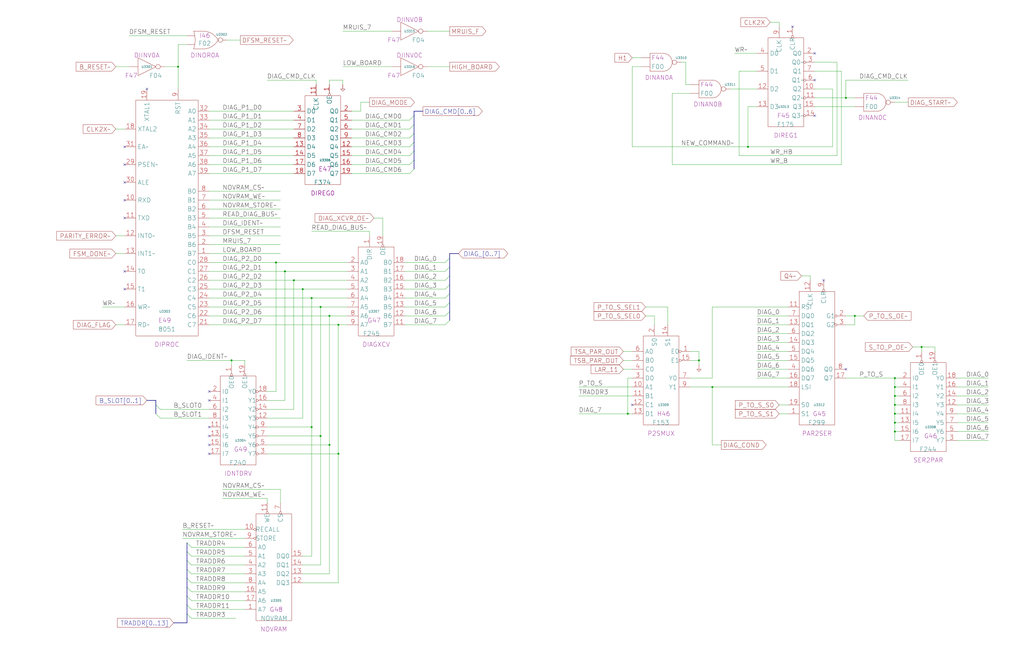
<source format=kicad_sch>
(kicad_sch (version 20230121) (generator eeschema)
  (paper "User" 584.2 378.46)
  (title_block (title "DIAGNOSTIC AND CONTROL\\nDIAGNOSTIC PROCESSOR") (date "08-MAR-90") (rev "0.0") (comment 1 "MEM32 BOARD") (comment 2 "232-003066") (comment 3 "S400") (comment 4 "RELEASED"))
  (lib_symbols
    (symbol "r1000:8051" (pin_names (offset 1.016))
      (property "Reference" "U" (at 2.54 5.08 0))
      (property "Value" "8051" (at -1.27 -5.08 0))
      (property "Location" "___" (at -1.27 0 0))
      (property "Name" "______" (at 3.81 -15.24 0))
      (symbol "8051_1_1"
        (pin bidirectional line (at 27.94 38.1 180) (length 6.35) (name "B7") (number "1"))
        (pin input line (at -20.32 68.58 0) (length 6.35) (name "RXD") (number "10"))
        (pin output line (at -20.32 58.42 0) (length 6.35) (name "TXD") (number "11"))
        (pin input line (at -20.32 48.26 0) (length 6.35) (name "INT0~") (number "12"))
        (pin input line (at -20.32 38.1 0) (length 6.35) (name "INT1~") (number "13"))
        (pin bidirectional line (at -20.32 27.94 0) (length 6.35) (name "T0") (number "14"))
        (pin input line (at -20.32 17.78 0) (length 6.35) (name "T1") (number "15"))
        (pin output line (at -20.32 7.62 0) (length 6.35) (name "WR~") (number "16"))
        (pin bidirectional line (at -20.32 -2.54 0) (length 6.35) (name "RD~") (number "17"))
        (pin input line (at -20.32 109.22 0) (length 6.35) (name "XTAL2") (number "18"))
        (pin input line (at -7.62 132.08 270) (length 6.35) (name "XTAL1") (number "19"))
        (pin bidirectional line (at 27.94 43.18 180) (length 6.35) (name "B6") (number "2"))
        (pin bidirectional line (at 27.94 -2.54 180) (length 6.35) (name "C7") (number "21"))
        (pin bidirectional line (at 27.94 2.54 180) (length 6.35) (name "C6") (number "22"))
        (pin bidirectional line (at 27.94 7.62 180) (length 6.35) (name "C5") (number "23"))
        (pin bidirectional line (at 27.94 12.7 180) (length 6.35) (name "C4") (number "24"))
        (pin bidirectional line (at 27.94 17.78 180) (length 6.35) (name "C3") (number "25"))
        (pin bidirectional line (at 27.94 22.86 180) (length 6.35) (name "C2") (number "26"))
        (pin bidirectional line (at 27.94 27.94 180) (length 6.35) (name "C1") (number "27"))
        (pin bidirectional line (at 27.94 33.02 180) (length 6.35) (name "C0") (number "28"))
        (pin output line (at -20.32 88.9 0) (length 6.35) (name "PSEN~") (number "29"))
        (pin bidirectional line (at 27.94 48.26 180) (length 6.35) (name "B5") (number "3"))
        (pin output line (at -20.32 78.74 0) (length 6.35) (name "ALE") (number "30"))
        (pin input line (at -20.32 99.06 0) (length 6.35) (name "EA~") (number "31"))
        (pin output line (at 27.94 119.38 180) (length 6.35) (name "A0") (number "32"))
        (pin output line (at 27.94 114.3 180) (length 6.35) (name "A1") (number "33"))
        (pin output line (at 27.94 109.22 180) (length 6.35) (name "A2") (number "34"))
        (pin output line (at 27.94 104.14 180) (length 6.35) (name "A3") (number "35"))
        (pin output line (at 27.94 99.06 180) (length 6.35) (name "A4") (number "36"))
        (pin output line (at 27.94 93.98 180) (length 6.35) (name "A5") (number "37"))
        (pin output line (at 27.94 88.9 180) (length 6.35) (name "A6") (number "38"))
        (pin output line (at 27.94 83.82 180) (length 6.35) (name "A7") (number "39"))
        (pin bidirectional line (at 27.94 53.34 180) (length 6.35) (name "B4") (number "4"))
        (pin bidirectional line (at 27.94 58.42 180) (length 6.35) (name "B3") (number "5"))
        (pin bidirectional line (at 27.94 63.5 180) (length 6.35) (name "B2") (number "6"))
        (pin bidirectional line (at 27.94 68.58 180) (length 6.35) (name "B1") (number "7"))
        (pin bidirectional line (at 27.94 73.66 180) (length 6.35) (name "B0") (number "8"))
        (pin input line (at 10.16 132.08 270) (length 6.35) (name "RST") (number "9"))
      )
    )
    (symbol "r1000:F00" (pin_numbers hide) (pin_names hide)
      (property "Reference" "U" (at 15.24 0 0))
      (property "Value" "F00" (at 1.905 -5.08 0))
      (property "Location" "___" (at 1.905 0 0))
      (property "Name" "______" (at 2.54 -12.7 0))
      (symbol "F00_1_1"
        (pin input line (at -7.62 0 0) (length 5.08) (name "D0") (number "1"))
        (pin input line (at -7.62 -5.08 0) (length 5.08) (name "D1") (number "2"))
        (pin output line (at 15.24 -2.54 180) (length 2.54) (name "Q") (number "3"))
      )
      (symbol "F00_1_2"
        (pin input line (at -7.62 0 0) (length 2.54) (name "D0") (number "1"))
        (pin input line (at -7.62 -5.08 0) (length 2.54) (name "D1") (number "2"))
        (pin output line (at 15.24 -2.54 180) (length 5.08) (name "Q") (number "3"))
      )
    )
    (symbol "r1000:F02" (pin_numbers hide) (pin_names hide)
      (property "Reference" "U" (at 12.16 0.635 0))
      (property "Value" "F02" (at -1.27 -4.445 0))
      (property "Location" "___" (at 2.54 0 0))
      (property "Name" "______" (at 2.54 -12.7 0))
      (symbol "F02_1_1"
        (pin input line (at -7.62 0 0) (length 2.54) (name "D0") (number "1"))
        (pin input line (at -7.62 -5.08 0) (length 2.54) (name "D1") (number "2"))
        (pin output line (at 15.24 -2.54 180) (length 1.27) (name "Q") (number "3"))
      )
      (symbol "F02_1_2"
        (pin input line (at -7.62 0 0) (length 2.54) (name "D0") (number "1"))
        (pin input line (at -7.62 -5.08 0) (length 2.54) (name "D1") (number "2"))
        (pin output line (at 15.24 -2.54 180) (length 2.54) (name "Q") (number "3"))
      )
    )
    (symbol "r1000:F04" (pin_numbers hide) (pin_names hide)
      (property "Reference" "U" (at 0 0 0))
      (property "Value" "F04" (at 1.27 -5.08 0))
      (property "Location" "___" (at -12.7 -5.08 0))
      (property "Name" "______" (at 0 5.08 0))
      (symbol "F04_1_1"
        (pin input line (at -10.16 0 0) (length 2.54) (name "D0") (number "1"))
        (pin output line (at 10.16 0 180) (length 2.54) (name "Q") (number "2"))
      )
    )
    (symbol "r1000:F153" (pin_names (offset 1.016))
      (property "Reference" "U" (at 2.54 5.08 0))
      (property "Value" "F153" (at -3.81 -5.08 0))
      (property "Location" "___" (at -1.27 0 0))
      (property "Name" "______" (at 1.27 -12.7 0))
      (symbol "F153_1_1"
        (pin input line (at 17.78 35.56 180) (length 5.08) (name "E0") (number "1"))
        (pin input line (at -15.24 15.24 0) (length 6.35) (name "A1") (number "10"))
        (pin input line (at -15.24 10.16 0) (length 6.35) (name "B1") (number "11"))
        (pin input line (at -15.24 5.08 0) (length 6.35) (name "C1") (number "12"))
        (pin input line (at -15.24 0 0) (length 6.35) (name "D1") (number "13"))
        (pin input line (at 5.08 50.8 270) (length 6.35) (name "S1") (number "14"))
        (pin input line (at 17.78 30.48 180) (length 5.08) (name "E1") (number "15"))
        (pin input line (at -2.54 50.8 270) (length 6.35) (name "S0") (number "2"))
        (pin input line (at -15.24 20.32 0) (length 6.35) (name "D0") (number "3"))
        (pin input line (at -15.24 25.4 0) (length 6.35) (name "C0") (number "4"))
        (pin input line (at -15.24 30.48 0) (length 6.35) (name "B0") (number "5"))
        (pin input line (at -15.24 35.56 0) (length 6.35) (name "A0") (number "6"))
        (pin output line (at 17.78 20.32 180) (length 6.35) (name "Y0") (number "7"))
        (pin output line (at 17.78 15.24 180) (length 6.35) (name "Y1") (number "9"))
      )
    )
    (symbol "r1000:F175" (pin_names (offset 1.016))
      (property "Reference" "U" (at 2.54 5.08 0))
      (property "Value" "F175" (at -1.27 -5.08 0))
      (property "Location" "___" (at -1.27 0 0))
      (property "Name" "______" (at 3.81 -12.7 0))
      (symbol "F175_1_1"
        (pin input line (at 7.62 50.8 270) (length 5.08) (name "CLR") (number "1"))
        (pin output line (at 20.32 15.24 180) (length 6.35) (name "Q2") (number "10"))
        (pin output line (at 20.32 10.16 180) (length 5.08) (name "Q2~") (number "11"))
        (pin input line (at -12.7 15.24 0) (length 6.35) (name "D2") (number "12"))
        (pin input line (at -12.7 5.08 0) (length 6.35) (name "D3") (number "13"))
        (pin output line (at 20.32 0 180) (length 5.08) (name "Q3~") (number "14"))
        (pin output line (at 20.32 5.08 180) (length 6.35) (name "Q3") (number "15"))
        (pin output line (at 20.32 35.56 180) (length 6.35) (name "Q0") (number "2"))
        (pin output line (at 20.32 30.48 180) (length 5.08) (name "Q0~") (number "3"))
        (pin input line (at -12.7 35.56 0) (length 6.35) (name "D0") (number "4"))
        (pin input line (at -12.7 25.4 0) (length 6.35) (name "D1") (number "5"))
        (pin output line (at 20.32 20.32 180) (length 5.08) (name "Q1~") (number "6"))
        (pin output line (at 20.32 25.4 180) (length 6.35) (name "Q1") (number "7"))
        (pin input line (at 0 50.8 270) (length 6.35) (name "CLK") (number "9"))
      )
    )
    (symbol "r1000:F240" (pin_names (offset 1.016))
      (property "Reference" "U" (at 2.54 5.08 0))
      (property "Value" "F240" (at -3.81 -7.62 0))
      (property "Location" "___" (at -1.27 0 0))
      (property "Name" "______" (at 1.27 -15.24 0))
      (symbol "F240_1_1"
        (pin input line (at -2.54 48.26 270) (length 5.08) (name "OE0") (number "1"))
        (pin input line (at -15.24 12.7 0) (length 6.35) (name "I4") (number "11"))
        (pin tri_state line (at 17.78 17.78 180) (length 5.08) (name "Y3") (number "12"))
        (pin input line (at -15.24 7.62 0) (length 6.35) (name "I5") (number "13"))
        (pin tri_state line (at 17.78 22.86 180) (length 5.08) (name "Y2") (number "14"))
        (pin input line (at -15.24 2.54 0) (length 6.35) (name "I6") (number "15"))
        (pin tri_state line (at 17.78 27.94 180) (length 5.08) (name "Y1") (number "16"))
        (pin input line (at -15.24 -2.54 0) (length 6.35) (name "I7") (number "17"))
        (pin tri_state line (at 17.78 33.02 180) (length 5.08) (name "Y0") (number "18"))
        (pin input line (at 5.08 48.26 270) (length 5.08) (name "OE1") (number "19"))
        (pin input line (at -15.24 33.02 0) (length 6.35) (name "I0") (number "2"))
        (pin tri_state line (at 17.78 -2.54 180) (length 5.08) (name "Y7") (number "3"))
        (pin input line (at -15.24 27.94 0) (length 6.35) (name "I1") (number "4"))
        (pin tri_state line (at 17.78 2.54 180) (length 5.08) (name "Y6") (number "5"))
        (pin input line (at -15.24 22.86 0) (length 6.35) (name "I2") (number "6"))
        (pin tri_state line (at 17.78 7.62 180) (length 5.08) (name "Y5") (number "7"))
        (pin input line (at -15.24 17.78 0) (length 6.35) (name "I3") (number "8"))
        (pin tri_state line (at 17.78 12.7 180) (length 5.08) (name "Y4") (number "9"))
      )
    )
    (symbol "r1000:F244" (pin_names (offset 1.016))
      (property "Reference" "U" (at 2.54 5.08 0))
      (property "Value" "F244" (at -3.81 -7.62 0))
      (property "Location" "___" (at -1.27 0 0))
      (property "Name" "______" (at 1.27 -15.24 0))
      (symbol "F244_1_1"
        (pin input line (at -2.54 48.26 270) (length 5.08) (name "OE0") (number "1"))
        (pin input line (at -15.24 12.7 0) (length 6.35) (name "I4") (number "11"))
        (pin tri_state line (at 17.78 17.78 180) (length 6.35) (name "Y3") (number "12"))
        (pin input line (at -15.24 7.62 0) (length 6.35) (name "I5") (number "13"))
        (pin tri_state line (at 17.78 22.86 180) (length 6.35) (name "Y2") (number "14"))
        (pin input line (at -15.24 2.54 0) (length 6.35) (name "I6") (number "15"))
        (pin tri_state line (at 17.78 27.94 180) (length 6.35) (name "Y1") (number "16"))
        (pin input line (at -15.24 -2.54 0) (length 6.35) (name "I7") (number "17"))
        (pin tri_state line (at 17.78 33.02 180) (length 6.35) (name "Y0") (number "18"))
        (pin input line (at 5.08 48.26 270) (length 5.08) (name "OE1") (number "19"))
        (pin input line (at -15.24 33.02 0) (length 6.35) (name "I0") (number "2"))
        (pin tri_state line (at 17.78 -2.54 180) (length 6.35) (name "Y7") (number "3"))
        (pin input line (at -15.24 27.94 0) (length 6.35) (name "I1") (number "4"))
        (pin tri_state line (at 17.78 2.54 180) (length 6.35) (name "Y6") (number "5"))
        (pin input line (at -15.24 22.86 0) (length 6.35) (name "I2") (number "6"))
        (pin tri_state line (at 17.78 7.62 180) (length 6.35) (name "Y5") (number "7"))
        (pin input line (at -15.24 17.78 0) (length 6.35) (name "I3") (number "8"))
        (pin tri_state line (at 17.78 12.7 180) (length 6.35) (name "Y4") (number "9"))
      )
    )
    (symbol "r1000:F245" (pin_names (offset 1.016))
      (property "Reference" "U" (at 2.54 5.08 0))
      (property "Value" "F245" (at -3.81 -7.62 0))
      (property "Location" "___" (at -1.27 0 0))
      (property "Name" "______" (at 3.81 -15.24 0))
      (symbol "F245_1_1"
        (pin input line (at 0 48.26 270) (length 6.35) (name "DIR") (number "1"))
        (pin bidirectional line (at 20.32 -2.54 180) (length 6.35) (name "B7") (number "11"))
        (pin bidirectional line (at 20.32 2.54 180) (length 6.35) (name "B6") (number "12"))
        (pin bidirectional line (at 20.32 7.62 180) (length 6.35) (name "B5") (number "13"))
        (pin bidirectional line (at 20.32 12.7 180) (length 6.35) (name "B4") (number "14"))
        (pin bidirectional line (at 20.32 17.78 180) (length 6.35) (name "B3") (number "15"))
        (pin bidirectional line (at 20.32 22.86 180) (length 6.35) (name "B2") (number "16"))
        (pin bidirectional line (at 20.32 27.94 180) (length 6.35) (name "B1") (number "17"))
        (pin bidirectional line (at 20.32 33.02 180) (length 6.35) (name "B0") (number "18"))
        (pin input line (at 7.62 48.26 270) (length 5.08) (name "OE") (number "19"))
        (pin bidirectional line (at -12.7 33.02 0) (length 6.35) (name "A0") (number "2"))
        (pin bidirectional line (at -12.7 27.94 0) (length 6.35) (name "A1") (number "3"))
        (pin bidirectional line (at -12.7 22.86 0) (length 6.35) (name "A2") (number "4"))
        (pin bidirectional line (at -12.7 17.78 0) (length 6.35) (name "A3") (number "5"))
        (pin bidirectional line (at -12.7 12.7 0) (length 6.35) (name "A4") (number "6"))
        (pin bidirectional line (at -12.7 7.62 0) (length 6.35) (name "A5") (number "7"))
        (pin bidirectional line (at -12.7 2.54 0) (length 6.35) (name "A6") (number "8"))
        (pin bidirectional line (at -12.7 -2.54 0) (length 6.35) (name "A7") (number "9"))
      )
    )
    (symbol "r1000:F299" (pin_names (offset 1.016))
      (property "Reference" "U" (at 2.54 5.08 0))
      (property "Value" "F299" (at -3.81 -5.08 0))
      (property "Location" "___" (at -1.27 0 0))
      (property "Name" "______" (at 1.27 -12.7 0))
      (symbol "F299_1_1"
        (pin input line (at -15.24 0 0) (length 6.35) (name "S1") (number "1"))
        (pin input line (at -15.24 60.96 0) (length 6.35) (name "RSI") (number "11"))
        (pin input line (at -2.54 76.2 270) (length 6.35) (name "CLK") (number "12"))
        (pin bidirectional line (at -15.24 50.8 0) (length 6.35) (name "DQ1") (number "13"))
        (pin bidirectional line (at -15.24 40.64 0) (length 6.35) (name "DQ3") (number "14"))
        (pin bidirectional line (at -15.24 30.48 0) (length 6.35) (name "DQ5") (number "15"))
        (pin bidirectional line (at -15.24 20.32 0) (length 6.35) (name "DQ7") (number "16"))
        (pin output line (at 17.78 20.32 180) (length 6.35) (name "Q7") (number "17"))
        (pin input line (at -15.24 15.24 0) (length 6.35) (name "LSI") (number "18"))
        (pin input line (at -15.24 5.08 0) (length 6.35) (name "S0") (number "19"))
        (pin input line (at 17.78 55.88 180) (length 5.08) (name "G1") (number "2"))
        (pin input line (at 17.78 50.8 180) (length 5.08) (name "G2") (number "3"))
        (pin bidirectional line (at -15.24 25.4 0) (length 6.35) (name "DQ6") (number "4"))
        (pin bidirectional line (at -15.24 35.56 0) (length 6.35) (name "DQ4") (number "5"))
        (pin bidirectional line (at -15.24 45.72 0) (length 6.35) (name "DQ2") (number "6"))
        (pin bidirectional line (at -15.24 55.88 0) (length 6.35) (name "DQ0") (number "7"))
        (pin output line (at 17.78 25.4 180) (length 6.35) (name "Q0") (number "8"))
        (pin input line (at 5.08 76.2 270) (length 5.08) (name "CLR") (number "9"))
      )
    )
    (symbol "r1000:F374" (pin_names (offset 1.016))
      (property "Reference" "U" (at 2.54 5.08 0))
      (property "Value" "F374" (at -3.81 -7.62 0))
      (property "Location" "___" (at -1.27 0 0))
      (property "Name" "______" (at 1.27 -15.24 0))
      (symbol "F374_1_1"
        (pin input line (at 5.08 48.26 270) (length 5.08) (name "OE") (number "1"))
        (pin input line (at -2.54 48.26 270) (length 6.35) (name "CLK") (number "11"))
        (pin tri_state line (at 17.78 12.7 180) (length 6.35) (name "Q4") (number "12"))
        (pin input line (at -15.24 12.7 0) (length 6.35) (name "D4") (number "13"))
        (pin input line (at -15.24 7.62 0) (length 6.35) (name "D5") (number "14"))
        (pin tri_state line (at 17.78 7.62 180) (length 6.35) (name "Q5") (number "15"))
        (pin tri_state line (at 17.78 2.54 180) (length 6.35) (name "Q6") (number "16"))
        (pin input line (at -15.24 2.54 0) (length 6.35) (name "D6") (number "17"))
        (pin input line (at -15.24 -2.54 0) (length 6.35) (name "D7") (number "18"))
        (pin tri_state line (at 17.78 -2.54 180) (length 6.35) (name "Q7") (number "19"))
        (pin tri_state line (at 17.78 33.02 180) (length 6.35) (name "Q0") (number "2"))
        (pin input line (at -15.24 33.02 0) (length 6.35) (name "D0") (number "3"))
        (pin input line (at -15.24 27.94 0) (length 6.35) (name "D1") (number "4"))
        (pin tri_state line (at 17.78 27.94 180) (length 6.35) (name "Q1") (number "5"))
        (pin tri_state line (at 17.78 22.86 180) (length 6.35) (name "Q2") (number "6"))
        (pin input line (at -15.24 22.86 0) (length 6.35) (name "D2") (number "7"))
        (pin input line (at -15.24 17.78 0) (length 6.35) (name "D3") (number "8"))
        (pin tri_state line (at 17.78 17.78 180) (length 6.35) (name "Q3") (number "9"))
      )
    )
    (symbol "r1000:NOVRAM" (pin_names (offset 1.016))
      (property "Reference" "U" (at 2.54 5.08 0))
      (property "Value" "NOVRAM" (at -6.35 -5.08 0))
      (property "Location" "___" (at -1.27 0 0))
      (property "Name" "______" (at 1.27 -12.7 0))
      (symbol "NOVRAM_1_1"
        (pin input line (at -15.24 0 0) (length 6.35) (name "A7") (number "1"))
        (pin input line (at -15.24 45.72 0) (length 5.08) (name "RECALL") (number "10"))
        (pin input line (at -2.54 60.96 270) (length 5.08) (name "WE") (number "11"))
        (pin bidirectional line (at 17.78 15.24 180) (length 6.35) (name "DQ3") (number "12"))
        (pin bidirectional line (at 17.78 20.32 180) (length 6.35) (name "DQ2") (number "13"))
        (pin bidirectional line (at 17.78 25.4 180) (length 6.35) (name "DQ1") (number "14"))
        (pin bidirectional line (at 17.78 30.48 180) (length 6.35) (name "DQ0") (number "15"))
        (pin input line (at -15.24 10.16 0) (length 6.35) (name "A5") (number "16"))
        (pin input line (at -15.24 5.08 0) (length 6.35) (name "A6") (number "17"))
        (pin input line (at -15.24 20.32 0) (length 6.35) (name "A3") (number "3"))
        (pin input line (at -15.24 25.4 0) (length 6.35) (name "A2") (number "4"))
        (pin input line (at -15.24 30.48 0) (length 6.35) (name "A1") (number "5"))
        (pin input line (at -15.24 35.56 0) (length 6.35) (name "A0") (number "6"))
        (pin input line (at 5.08 60.96 270) (length 5.08) (name "CS") (number "7"))
        (pin input line (at -15.24 15.24 0) (length 6.35) (name "A4") (number "8"))
        (pin input line (at -15.24 40.64 0) (length 5.08) (name "STORE") (number "9"))
      )
    )
    (symbol "r1000:PD" (power) (pin_numbers hide) (pin_names hide) (in_bom no)
      (symbol "PD_1_1"
        (pin power_in line (at 0 0 270) (length 2.54) (name "PD") (number "1"))
      )
    )
  )
  (junction (at 510.54 220.98))
  (junction (at 187.96 180.34))
  (junction (at 406.4 220.98))
  (junction (at 182.88 248.92))
  (junction (at 510.54 215.9))
  (junction (at 193.04 259.08))
  (junction (at 510.54 241.3))
  (junction (at 510.54 236.22))
  (junction (at 398.78 205.74))
  (junction (at 132.08 205.74))
  (junction (at 426.72 83.82))
  (junction (at 193.04 185.42))
  (junction (at 482.6 55.88))
  (junction (at 510.54 231.14))
  (junction (at 162.56 154.94))
  (junction (at 167.64 160.02))
  (junction (at 487.68 180.34))
  (junction (at 172.72 165.1))
  (junction (at 510.54 226.06))
  (junction (at 177.8 170.18))
  (junction (at 101.6 38.1))
  (junction (at 525.78 198.12))
  (junction (at 510.54 246.38))
  (junction (at 177.8 243.84))
  (junction (at 187.96 254))
  (junction (at 182.88 175.26))
  (junction (at 157.48 149.86))
  (junction (at 358.14 236.22))
  (no_connect (at 464.82 30.48))
  (no_connect (at 482.6 210.82))
  (no_connect (at 71.12 93.98))
  (no_connect (at 71.12 154.94))
  (no_connect (at 71.12 104.14))
  (no_connect (at 469.9 160.02))
  (no_connect (at 119.38 243.84))
  (no_connect (at 119.38 223.52))
  (no_connect (at 360.68 231.14))
  (no_connect (at 119.38 248.92))
  (no_connect (at 71.12 114.3))
  (no_connect (at 71.12 124.46))
  (no_connect (at 452.12 15.24))
  (no_connect (at 119.38 259.08))
  (no_connect (at 83.82 50.8))
  (no_connect (at 464.82 45.72))
  (no_connect (at 119.38 254))
  (no_connect (at 464.82 66.04))
  (no_connect (at 119.38 228.6))
  (no_connect (at 71.12 165.1))
  (no_connect (at 71.12 83.82))
  (bus_entry (at 88.9 236.22) (size 2.54 2.54))
  (bus_entry (at 106.68 340.36) (size 2.54 2.54))
  (bus_entry (at 106.68 325.12) (size 2.54 2.54))
  (bus_entry (at 236.22 81.28) (size -2.54 2.54))
  (bus_entry (at 256.54 147.32) (size -2.54 2.54))
  (bus_entry (at 256.54 172.72) (size -2.54 2.54))
  (bus_entry (at 236.22 91.44) (size -2.54 2.54))
  (bus_entry (at 106.68 330.2) (size 2.54 2.54))
  (bus_entry (at 236.22 86.36) (size -2.54 2.54))
  (bus_entry (at 256.54 157.48) (size -2.54 2.54))
  (bus_entry (at 88.9 231.14) (size 2.54 2.54))
  (bus_entry (at 106.68 309.88) (size 2.54 2.54))
  (bus_entry (at 236.22 66.04) (size -2.54 2.54))
  (bus_entry (at 106.68 350.52) (size 2.54 2.54))
  (bus_entry (at 256.54 152.4) (size -2.54 2.54))
  (bus_entry (at 236.22 71.12) (size -2.54 2.54))
  (bus_entry (at 236.22 76.2) (size -2.54 2.54))
  (bus_entry (at 256.54 182.88) (size -2.54 2.54))
  (bus_entry (at 106.68 345.44) (size 2.54 2.54))
  (bus_entry (at 106.68 320.04) (size 2.54 2.54))
  (bus_entry (at 256.54 162.56) (size -2.54 2.54))
  (bus_entry (at 256.54 167.64) (size -2.54 2.54))
  (bus_entry (at 106.68 335.28) (size 2.54 2.54))
  (bus_entry (at 256.54 177.8) (size -2.54 2.54))
  (bus_entry (at 236.22 96.52) (size -2.54 2.54))
  (bus_entry (at 106.68 314.96) (size 2.54 2.54))
  (wire (pts (xy 368.3 180.34) (xy 373.38 180.34)))
  (bus (pts (xy 236.22 81.28) (xy 236.22 86.36)))
  (wire (pts (xy 109.22 317.5) (xy 139.7 317.5)))
  (wire (pts (xy 431.8 180.34) (xy 449.58 180.34)))
  (wire (pts (xy 152.4 259.08) (xy 193.04 259.08)))
  (wire (pts (xy 464.82 40.64) (xy 480.06 40.64)))
  (wire (pts (xy 391.16 35.56) (xy 388.62 35.56)))
  (wire (pts (xy 482.6 215.9) (xy 510.54 215.9)))
  (wire (pts (xy 546.1 231.14) (xy 563.88 231.14)))
  (wire (pts (xy 172.72 317.5) (xy 177.8 317.5)))
  (wire (pts (xy 533.4 198.12) (xy 525.78 198.12)))
  (wire (pts (xy 167.64 160.02) (xy 198.12 160.02)))
  (wire (pts (xy 330.2 226.06) (xy 360.68 226.06)))
  (wire (pts (xy 213.36 124.46) (xy 218.44 124.46)))
  (wire (pts (xy 177.8 243.84) (xy 177.8 170.18)))
  (wire (pts (xy 355.6 205.74) (xy 360.68 205.74)))
  (wire (pts (xy 439.42 12.7) (xy 444.5 12.7)))
  (wire (pts (xy 393.7 200.66) (xy 398.78 200.66)))
  (wire (pts (xy 421.64 88.9) (xy 477.52 88.9)))
  (wire (pts (xy 119.38 149.86) (xy 157.48 149.86)))
  (wire (pts (xy 73.66 20.32) (xy 106.68 20.32)))
  (wire (pts (xy 160.02 279.4) (xy 127 279.4)))
  (bus (pts (xy 106.68 350.52) (xy 106.68 355.6)))
  (wire (pts (xy 431.8 185.42) (xy 449.58 185.42)))
  (wire (pts (xy 109.22 337.82) (xy 139.7 337.82)))
  (wire (pts (xy 66.04 134.62) (xy 71.12 134.62)))
  (wire (pts (xy 193.04 259.08) (xy 193.04 185.42)))
  (wire (pts (xy 510.54 241.3) (xy 510.54 246.38)))
  (wire (pts (xy 546.1 220.98) (xy 563.88 220.98)))
  (wire (pts (xy 355.6 200.66) (xy 360.68 200.66)))
  (wire (pts (xy 119.38 185.42) (xy 193.04 185.42)))
  (wire (pts (xy 172.72 165.1) (xy 198.12 165.1)))
  (wire (pts (xy 355.6 210.82) (xy 360.68 210.82)))
  (wire (pts (xy 510.54 236.22) (xy 510.54 241.3)))
  (wire (pts (xy 510.54 231.14) (xy 510.54 236.22)))
  (wire (pts (xy 119.38 124.46) (xy 160.02 124.46)))
  (wire (pts (xy 231.14 165.1) (xy 254 165.1)))
  (wire (pts (xy 444.5 231.14) (xy 449.58 231.14)))
  (wire (pts (xy 510.54 246.38) (xy 513.08 246.38)))
  (wire (pts (xy 381 185.42) (xy 381 175.26)))
  (wire (pts (xy 200.66 78.74) (xy 233.68 78.74)))
  (wire (pts (xy 119.38 134.62) (xy 160.02 134.62)))
  (bus (pts (xy 236.22 91.44) (xy 236.22 96.52)))
  (wire (pts (xy 464.82 60.96) (xy 487.68 60.96)))
  (wire (pts (xy 393.7 205.74) (xy 398.78 205.74)))
  (wire (pts (xy 152.4 287.02) (xy 152.4 284.48)))
  (wire (pts (xy 119.38 78.74) (xy 167.64 78.74)))
  (wire (pts (xy 444.5 236.22) (xy 449.58 236.22)))
  (wire (pts (xy 510.54 226.06) (xy 513.08 226.06)))
  (wire (pts (xy 152.4 233.68) (xy 167.64 233.68)))
  (wire (pts (xy 109.22 353.06) (xy 134.62 353.06)))
  (wire (pts (xy 187.96 45.72) (xy 195.58 45.72)))
  (wire (pts (xy 525.78 198.12) (xy 525.78 200.66)))
  (wire (pts (xy 358.14 215.9) (xy 358.14 236.22)))
  (wire (pts (xy 104.14 307.34) (xy 139.7 307.34)))
  (wire (pts (xy 160.02 287.02) (xy 160.02 279.4)))
  (wire (pts (xy 546.1 215.9) (xy 563.88 215.9)))
  (wire (pts (xy 393.7 48.26) (xy 391.16 48.26)))
  (wire (pts (xy 457.2 157.48) (xy 462.28 157.48)))
  (wire (pts (xy 510.54 58.42) (xy 518.16 58.42)))
  (wire (pts (xy 431.8 195.58) (xy 449.58 195.58)))
  (wire (pts (xy 231.14 154.94) (xy 254 154.94)))
  (wire (pts (xy 162.56 154.94) (xy 198.12 154.94)))
  (wire (pts (xy 462.28 160.02) (xy 462.28 157.48)))
  (wire (pts (xy 101.6 38.1) (xy 93.98 38.1)))
  (wire (pts (xy 119.38 99.06) (xy 167.64 99.06)))
  (bus (pts (xy 236.22 63.5) (xy 236.22 66.04)))
  (wire (pts (xy 132.08 205.74) (xy 139.7 205.74)))
  (bus (pts (xy 99.06 355.6) (xy 106.68 355.6)))
  (wire (pts (xy 119.38 180.34) (xy 187.96 180.34)))
  (wire (pts (xy 119.38 154.94) (xy 162.56 154.94)))
  (wire (pts (xy 419.1 30.48) (xy 431.8 30.48)))
  (wire (pts (xy 431.8 60.96) (xy 426.72 60.96)))
  (wire (pts (xy 416.56 50.8) (xy 431.8 50.8)))
  (wire (pts (xy 109.22 332.74) (xy 139.7 332.74)))
  (wire (pts (xy 119.38 73.66) (xy 167.64 73.66)))
  (wire (pts (xy 109.22 347.98) (xy 139.7 347.98)))
  (wire (pts (xy 187.96 45.72) (xy 187.96 48.26)))
  (bus (pts (xy 106.68 340.36) (xy 106.68 345.44)))
  (wire (pts (xy 546.1 241.3) (xy 563.88 241.3)))
  (wire (pts (xy 358.14 236.22) (xy 360.68 236.22)))
  (wire (pts (xy 510.54 241.3) (xy 513.08 241.3)))
  (wire (pts (xy 426.72 60.96) (xy 426.72 83.82)))
  (bus (pts (xy 106.68 325.12) (xy 106.68 330.2)))
  (wire (pts (xy 106.68 205.74) (xy 132.08 205.74)))
  (wire (pts (xy 172.72 327.66) (xy 187.96 327.66)))
  (wire (pts (xy 487.68 180.34) (xy 492.76 180.34)))
  (bus (pts (xy 256.54 144.78) (xy 261.62 144.78)))
  (wire (pts (xy 152.4 238.76) (xy 172.72 238.76)))
  (wire (pts (xy 393.7 220.98) (xy 406.4 220.98)))
  (wire (pts (xy 157.48 149.86) (xy 198.12 149.86)))
  (wire (pts (xy 210.82 134.62) (xy 210.82 132.08)))
  (wire (pts (xy 195.58 45.72) (xy 195.58 48.26)))
  (wire (pts (xy 406.4 254) (xy 411.48 254)))
  (wire (pts (xy 167.64 233.68) (xy 167.64 160.02)))
  (wire (pts (xy 431.8 200.66) (xy 449.58 200.66)))
  (wire (pts (xy 231.14 160.02) (xy 254 160.02)))
  (wire (pts (xy 474.98 83.82) (xy 474.98 50.8)))
  (bus (pts (xy 236.22 71.12) (xy 236.22 76.2)))
  (bus (pts (xy 106.68 309.88) (xy 106.68 314.96)))
  (wire (pts (xy 360.68 215.9) (xy 358.14 215.9)))
  (wire (pts (xy 127 284.48) (xy 152.4 284.48)))
  (wire (pts (xy 101.6 25.4) (xy 101.6 38.1)))
  (wire (pts (xy 119.38 83.82) (xy 167.64 83.82)))
  (bus (pts (xy 83.82 228.6) (xy 88.9 228.6)))
  (wire (pts (xy 398.78 200.66) (xy 398.78 205.74)))
  (wire (pts (xy 231.14 180.34) (xy 254 180.34)))
  (wire (pts (xy 406.4 254) (xy 406.4 220.98)))
  (wire (pts (xy 106.68 25.4) (xy 101.6 25.4)))
  (wire (pts (xy 182.88 322.58) (xy 182.88 248.92)))
  (bus (pts (xy 106.68 335.28) (xy 106.68 340.36)))
  (bus (pts (xy 106.68 314.96) (xy 106.68 320.04)))
  (wire (pts (xy 510.54 220.98) (xy 513.08 220.98)))
  (wire (pts (xy 200.66 93.98) (xy 233.68 93.98)))
  (wire (pts (xy 66.04 144.78) (xy 71.12 144.78)))
  (wire (pts (xy 195.58 17.78) (xy 223.52 17.78)))
  (wire (pts (xy 464.82 55.88) (xy 482.6 55.88)))
  (wire (pts (xy 119.38 109.22) (xy 160.02 109.22)))
  (bus (pts (xy 236.22 63.5) (xy 241.3 63.5)))
  (wire (pts (xy 360.68 83.82) (xy 426.72 83.82)))
  (wire (pts (xy 101.6 38.1) (xy 101.6 50.8)))
  (wire (pts (xy 482.6 185.42) (xy 487.68 185.42)))
  (wire (pts (xy 182.88 175.26) (xy 198.12 175.26)))
  (bus (pts (xy 106.68 330.2) (xy 106.68 335.28)))
  (wire (pts (xy 482.6 55.88) (xy 482.6 45.72)))
  (wire (pts (xy 200.66 73.66) (xy 233.68 73.66)))
  (wire (pts (xy 187.96 327.66) (xy 187.96 254)))
  (wire (pts (xy 546.1 251.46) (xy 563.88 251.46)))
  (wire (pts (xy 172.72 238.76) (xy 172.72 165.1)))
  (wire (pts (xy 243.84 17.78) (xy 256.54 17.78)))
  (wire (pts (xy 109.22 312.42) (xy 139.7 312.42)))
  (wire (pts (xy 119.38 175.26) (xy 182.88 175.26)))
  (wire (pts (xy 487.68 185.42) (xy 487.68 180.34)))
  (bus (pts (xy 106.68 345.44) (xy 106.68 350.52)))
  (bus (pts (xy 236.22 66.04) (xy 236.22 71.12)))
  (wire (pts (xy 177.8 317.5) (xy 177.8 243.84)))
  (wire (pts (xy 200.66 88.9) (xy 233.68 88.9)))
  (bus (pts (xy 256.54 147.32) (xy 256.54 152.4)))
  (wire (pts (xy 91.44 238.76) (xy 119.38 238.76)))
  (wire (pts (xy 480.06 93.98) (xy 383.54 93.98)))
  (wire (pts (xy 406.4 220.98) (xy 449.58 220.98)))
  (wire (pts (xy 193.04 185.42) (xy 198.12 185.42)))
  (wire (pts (xy 449.58 175.26) (xy 406.4 175.26)))
  (wire (pts (xy 360.68 33.02) (xy 365.76 33.02)))
  (wire (pts (xy 162.56 228.6) (xy 162.56 154.94)))
  (wire (pts (xy 119.38 170.18) (xy 177.8 170.18)))
  (wire (pts (xy 510.54 226.06) (xy 510.54 231.14)))
  (wire (pts (xy 66.04 73.66) (xy 71.12 73.66)))
  (bus (pts (xy 236.22 86.36) (xy 236.22 91.44)))
  (bus (pts (xy 256.54 144.78) (xy 256.54 147.32)))
  (bus (pts (xy 256.54 172.72) (xy 256.54 177.8)))
  (wire (pts (xy 482.6 55.88) (xy 487.68 55.88)))
  (wire (pts (xy 431.8 40.64) (xy 421.64 40.64)))
  (wire (pts (xy 182.88 248.92) (xy 182.88 175.26)))
  (wire (pts (xy 477.52 35.56) (xy 464.82 35.56)))
  (wire (pts (xy 431.8 190.5) (xy 449.58 190.5)))
  (wire (pts (xy 157.48 223.52) (xy 157.48 149.86)))
  (wire (pts (xy 231.14 149.86) (xy 254 149.86)))
  (wire (pts (xy 119.38 144.78) (xy 160.02 144.78)))
  (wire (pts (xy 533.4 200.66) (xy 533.4 198.12)))
  (wire (pts (xy 464.82 50.8) (xy 474.98 50.8)))
  (wire (pts (xy 139.7 208.28) (xy 139.7 205.74)))
  (wire (pts (xy 172.72 322.58) (xy 182.88 322.58)))
  (bus (pts (xy 88.9 231.14) (xy 88.9 236.22)))
  (wire (pts (xy 66.04 185.42) (xy 71.12 185.42)))
  (wire (pts (xy 152.4 228.6) (xy 162.56 228.6)))
  (wire (pts (xy 119.38 93.98) (xy 167.64 93.98)))
  (wire (pts (xy 180.34 48.26) (xy 180.34 45.72)))
  (bus (pts (xy 236.22 76.2) (xy 236.22 81.28)))
  (wire (pts (xy 187.96 254) (xy 187.96 180.34)))
  (wire (pts (xy 172.72 332.74) (xy 193.04 332.74)))
  (bus (pts (xy 88.9 228.6) (xy 88.9 231.14)))
  (wire (pts (xy 152.4 45.72) (xy 180.34 45.72)))
  (wire (pts (xy 177.8 132.08) (xy 210.82 132.08)))
  (wire (pts (xy 119.38 63.5) (xy 167.64 63.5)))
  (wire (pts (xy 373.38 185.42) (xy 373.38 180.34)))
  (wire (pts (xy 109.22 342.9) (xy 139.7 342.9)))
  (bus (pts (xy 256.54 152.4) (xy 256.54 157.48)))
  (wire (pts (xy 119.38 165.1) (xy 172.72 165.1)))
  (bus (pts (xy 256.54 167.64) (xy 256.54 172.72)))
  (wire (pts (xy 119.38 160.02) (xy 167.64 160.02)))
  (wire (pts (xy 431.8 215.9) (xy 449.58 215.9)))
  (wire (pts (xy 58.42 175.26) (xy 71.12 175.26)))
  (wire (pts (xy 510.54 246.38) (xy 510.54 251.46)))
  (wire (pts (xy 510.54 215.9) (xy 513.08 215.9)))
  (wire (pts (xy 200.66 83.82) (xy 233.68 83.82)))
  (wire (pts (xy 482.6 180.34) (xy 487.68 180.34)))
  (wire (pts (xy 330.2 236.22) (xy 358.14 236.22)))
  (wire (pts (xy 243.84 38.1) (xy 256.54 38.1)))
  (wire (pts (xy 218.44 134.62) (xy 218.44 124.46)))
  (wire (pts (xy 482.6 45.72) (xy 518.16 45.72)))
  (wire (pts (xy 365.76 38.1) (xy 360.68 38.1)))
  (wire (pts (xy 152.4 223.52) (xy 157.48 223.52)))
  (wire (pts (xy 109.22 322.58) (xy 139.7 322.58)))
  (wire (pts (xy 104.14 302.26) (xy 139.7 302.26)))
  (wire (pts (xy 444.5 15.24) (xy 444.5 12.7)))
  (wire (pts (xy 391.16 48.26) (xy 391.16 35.56)))
  (wire (pts (xy 205.74 58.42) (xy 205.74 63.5)))
  (wire (pts (xy 383.54 93.98) (xy 383.54 53.34)))
  (wire (pts (xy 152.4 248.92) (xy 182.88 248.92)))
  (wire (pts (xy 360.68 38.1) (xy 360.68 83.82)))
  (bus (pts (xy 106.68 320.04) (xy 106.68 325.12)))
  (wire (pts (xy 200.66 68.58) (xy 233.68 68.58)))
  (wire (pts (xy 510.54 215.9) (xy 510.54 220.98)))
  (wire (pts (xy 231.14 175.26) (xy 254 175.26)))
  (wire (pts (xy 525.78 198.12) (xy 520.7 198.12)))
  (bus (pts (xy 256.54 177.8) (xy 256.54 182.88)))
  (wire (pts (xy 177.8 170.18) (xy 198.12 170.18)))
  (wire (pts (xy 421.64 40.64) (xy 421.64 88.9)))
  (wire (pts (xy 66.04 38.1) (xy 73.66 38.1)))
  (wire (pts (xy 200.66 99.06) (xy 233.68 99.06)))
  (wire (pts (xy 119.38 139.7) (xy 160.02 139.7)))
  (wire (pts (xy 231.14 185.42) (xy 254 185.42)))
  (wire (pts (xy 431.8 210.82) (xy 449.58 210.82)))
  (wire (pts (xy 383.54 53.34) (xy 393.7 53.34)))
  (wire (pts (xy 129.54 22.86) (xy 137.16 22.86)))
  (wire (pts (xy 510.54 236.22) (xy 513.08 236.22)))
  (wire (pts (xy 119.38 119.38) (xy 160.02 119.38)))
  (wire (pts (xy 119.38 129.54) (xy 160.02 129.54)))
  (wire (pts (xy 119.38 88.9) (xy 167.64 88.9)))
  (wire (pts (xy 91.44 233.68) (xy 119.38 233.68)))
  (wire (pts (xy 368.3 175.26) (xy 381 175.26)))
  (bus (pts (xy 256.54 162.56) (xy 256.54 167.64)))
  (bus (pts (xy 256.54 157.48) (xy 256.54 162.56)))
  (wire (pts (xy 513.08 251.46) (xy 510.54 251.46)))
  (wire (pts (xy 431.8 205.74) (xy 449.58 205.74)))
  (wire (pts (xy 546.1 246.38) (xy 563.88 246.38)))
  (wire (pts (xy 546.1 236.22) (xy 563.88 236.22)))
  (wire (pts (xy 187.96 180.34) (xy 198.12 180.34)))
  (wire (pts (xy 480.06 40.64) (xy 480.06 93.98)))
  (wire (pts (xy 398.78 205.74) (xy 398.78 208.28)))
  (wire (pts (xy 546.1 226.06) (xy 563.88 226.06)))
  (wire (pts (xy 119.38 68.58) (xy 167.64 68.58)))
  (wire (pts (xy 406.4 175.26) (xy 406.4 215.9)))
  (wire (pts (xy 119.38 114.3) (xy 160.02 114.3)))
  (wire (pts (xy 205.74 58.42) (xy 210.82 58.42)))
  (wire (pts (xy 330.2 220.98) (xy 360.68 220.98)))
  (wire (pts (xy 510.54 231.14) (xy 513.08 231.14)))
  (wire (pts (xy 426.72 83.82) (xy 474.98 83.82)))
  (wire (pts (xy 205.74 63.5) (xy 200.66 63.5)))
  (wire (pts (xy 152.4 254) (xy 187.96 254)))
  (wire (pts (xy 406.4 215.9) (xy 393.7 215.9)))
  (wire (pts (xy 231.14 170.18) (xy 254 170.18)))
  (wire (pts (xy 152.4 243.84) (xy 177.8 243.84)))
  (wire (pts (xy 109.22 327.66) (xy 139.7 327.66)))
  (wire (pts (xy 477.52 88.9) (xy 477.52 35.56)))
  (wire (pts (xy 132.08 205.74) (xy 132.08 208.28)))
  (wire (pts (xy 510.54 220.98) (xy 510.54 226.06)))
  (wire (pts (xy 195.58 38.1) (xy 223.52 38.1)))
  (wire (pts (xy 193.04 332.74) (xy 193.04 259.08)))
  (label "DIAG_P2_D1" (at 127 154.94 0) (effects (font (size 2.54 2.54))))
  (label "DIAG_4" (at 236.22 170.18 0) (effects (font (size 2.54 2.54))))
  (label "DIAG_P2_D4" (at 127 170.18 0) (effects (font (size 2.54 2.54))))
  (label "DIAG_5" (at 236.22 175.26 0) (effects (font (size 2.54 2.54))))
  (label "DIAG_3" (at 431.8 195.58 0) (effects (font (size 2.54 2.54))))
  (label "DIAG_P1_D7" (at 127 99.06 0) (effects (font (size 2.54 2.54))))
  (label "DIAG_P2_D2" (at 127 160.02 0) (effects (font (size 2.54 2.54))))
  (label "DIAG_P2_D7" (at 127 185.42 0) (effects (font (size 2.54 2.54))))
  (label "DIAG_P1_D0" (at 127 63.5 0) (effects (font (size 2.54 2.54))))
  (label "DIAG_CMD3" (at 208.28 83.82 0) (effects (font (size 2.54 2.54))))
  (label "DIAG_CMD0" (at 208.28 68.58 0) (effects (font (size 2.54 2.54))))
  (label "READ_DIAG_BUS~" (at 177.8 132.08 0) (effects (font (size 2.54 2.54))))
  (label "DIAG_P1_D1" (at 127 68.58 0) (effects (font (size 2.54 2.54))))
  (label "DIAG_P2_D5" (at 127 175.26 0) (effects (font (size 2.54 2.54))))
  (label "WR~" (at 58.42 175.26 0) (effects (font (size 2.54 2.54))))
  (label "DIAG_P1_D5" (at 127 88.9 0) (effects (font (size 2.54 2.54))))
  (label "DIAG_P2_D6" (at 127 180.34 0) (effects (font (size 2.54 2.54))))
  (label "DIAG_CMD4" (at 208.28 88.9 0) (effects (font (size 2.54 2.54))))
  (label "P_TO_S" (at 330.2 220.98 0) (effects (font (size 2.54 2.54))))
  (label "DIAG_7" (at 330.2 236.22 0) (effects (font (size 2.54 2.54))))
  (label "B_SLOT0" (at 99.06 233.68 0) (effects (font (size 2.54 2.54))))
  (label "DIAG_P2_D0" (at 127 149.86 0) (effects (font (size 2.54 2.54))))
  (label "DFSM_RESET" (at 127 134.62 0) (effects (font (size 2.54 2.54))))
  (label "DIAG_6" (at 551.18 246.38 0) (effects (font (size 2.54 2.54))))
  (label "NOVRAM_STORE~" (at 104.14 307.34 0) (effects (font (size 2.54 2.54))))
  (label "LOW_BOARD" (at 127 144.78 0) (effects (font (size 2.54 2.54))))
  (label "TRADDR3" (at 111.76 353.06 0) (effects (font (size 2.54 2.54))))
  (label "DIAG_5" (at 431.8 205.74 0) (effects (font (size 2.54 2.54))))
  (label "DIAG_6" (at 431.8 210.82 0) (effects (font (size 2.54 2.54))))
  (label "DIAG_CMD1" (at 208.28 73.66 0) (effects (font (size 2.54 2.54))))
  (label "DIAG_P1_D2" (at 127 73.66 0) (effects (font (size 2.54 2.54))))
  (label "DFSM_RESET" (at 73.66 20.32 0) (effects (font (size 2.54 2.54))))
  (label "TRADDR8" (at 111.76 332.74 0) (effects (font (size 2.54 2.54))))
  (label "DIAG_3" (at 236.22 165.1 0) (effects (font (size 2.54 2.54))))
  (label "DIAG_P1_D6" (at 127 93.98 0) (effects (font (size 2.54 2.54))))
  (label "DIAG_CMD_CLK" (at 152.4 45.72 0) (effects (font (size 2.54 2.54))))
  (label "DIAG_2" (at 236.22 160.02 0) (effects (font (size 2.54 2.54))))
  (label "NOVRAM_CS~" (at 127 109.22 0) (effects (font (size 2.54 2.54))))
  (label "LOW_BOARD" (at 195.58 38.1 0) (effects (font (size 2.54 2.54))))
  (label "TRADDR6" (at 111.76 322.58 0) (effects (font (size 2.54 2.54))))
  (label "P_TO_S" (at 490.22 215.9 0) (effects (font (size 2.54 2.54))))
  (label "DIAG_2" (at 431.8 190.5 0) (effects (font (size 2.54 2.54))))
  (label "DIAG_6" (at 236.22 180.34 0) (effects (font (size 2.54 2.54))))
  (label "DIAG_IDENT~" (at 106.68 205.74 0) (effects (font (size 2.54 2.54))))
  (label "DIAG_1" (at 431.8 185.42 0) (effects (font (size 2.54 2.54))))
  (label "DIAG_P1_D3" (at 127 78.74 0) (effects (font (size 2.54 2.54))))
  (label "DIAG_CMD2" (at 208.28 78.74 0) (effects (font (size 2.54 2.54))))
  (label "TRADDR11" (at 111.76 347.98 0) (effects (font (size 2.54 2.54))))
  (label "NEW_COMMAND~" (at 388.62 83.82 0) (effects (font (size 2.54 2.54))))
  (label "DIAG_0" (at 236.22 149.86 0) (effects (font (size 2.54 2.54))))
  (label "READ_DIAG_BUS~" (at 127 124.46 0) (effects (font (size 2.54 2.54))))
  (label "DIAG_2" (at 551.18 226.06 0) (effects (font (size 2.54 2.54))))
  (label "NOVRAM_WE~" (at 127 114.3 0) (effects (font (size 2.54 2.54))))
  (label "MRUIS_7" (at 127 139.7 0) (effects (font (size 2.54 2.54))))
  (label "DIAG_7" (at 236.22 185.42 0) (effects (font (size 2.54 2.54))))
  (label "DIAG_0" (at 551.18 215.9 0) (effects (font (size 2.54 2.54))))
  (label "TRADDR5" (at 111.76 317.5 0) (effects (font (size 2.54 2.54))))
  (label "DIAG_1" (at 551.18 220.98 0) (effects (font (size 2.54 2.54))))
  (label "DIAG_0" (at 431.8 180.34 0) (effects (font (size 2.54 2.54))))
  (label "DIAG_CMD_CLK" (at 490.22 45.72 0) (effects (font (size 2.54 2.54))))
  (label "DIAG_3" (at 551.18 231.14 0) (effects (font (size 2.54 2.54))))
  (label "WR_B" (at 439.42 93.98 0) (effects (font (size 2.54 2.54))))
  (label "DIAG_4" (at 551.18 236.22 0) (effects (font (size 2.54 2.54))))
  (label "DIAG_7" (at 551.18 251.46 0) (effects (font (size 2.54 2.54))))
  (label "B_RESET~" (at 104.14 302.26 0) (effects (font (size 2.54 2.54))))
  (label "DIAG_IDENT~" (at 127 129.54 0) (effects (font (size 2.54 2.54))))
  (label "DIAG_CMD5" (at 208.28 93.98 0) (effects (font (size 2.54 2.54))))
  (label "TRADDR7" (at 111.76 327.66 0) (effects (font (size 2.54 2.54))))
  (label "TRADDR3" (at 330.2 226.06 0) (effects (font (size 2.54 2.54))))
  (label "B_SLOT1" (at 99.06 238.76 0) (effects (font (size 2.54 2.54))))
  (label "TRADDR9" (at 111.76 337.82 0) (effects (font (size 2.54 2.54))))
  (label "WR~" (at 419.1 30.48 0) (effects (font (size 2.54 2.54))))
  (label "DIAG_CMD6" (at 208.28 99.06 0) (effects (font (size 2.54 2.54))))
  (label "MRUIS_7" (at 195.58 17.78 0) (effects (font (size 2.54 2.54))))
  (label "NOVRAM_STORE~" (at 127 119.38 0) (effects (font (size 2.54 2.54))))
  (label "TRADDR10" (at 111.76 342.9 0) (effects (font (size 2.54 2.54))))
  (label "NOVRAM_WE~" (at 127 284.48 0) (effects (font (size 2.54 2.54))))
  (label "DIAG_1" (at 236.22 154.94 0) (effects (font (size 2.54 2.54))))
  (label "DIAG_P2_D3" (at 127 165.1 0) (effects (font (size 2.54 2.54))))
  (label "DIAG_5" (at 551.18 241.3 0) (effects (font (size 2.54 2.54))))
  (label "WR_HB" (at 439.42 88.9 0) (effects (font (size 2.54 2.54))))
  (label "DIAG_P1_D4" (at 127 83.82 0) (effects (font (size 2.54 2.54))))
  (label "TRADDR4" (at 111.76 312.42 0) (effects (font (size 2.54 2.54))))
  (label "DIAG_7" (at 431.8 215.9 0) (effects (font (size 2.54 2.54))))
  (label "NOVRAM_CS~" (at 127 279.4 0) (effects (font (size 2.54 2.54))))
  (label "DIAG_4" (at 431.8 200.66 0) (effects (font (size 2.54 2.54))))
  (global_label "PARITY_ERROR~" (shape input) (at 66.04 134.62 180) (effects (font (size 2.54 2.54))) (property "Intersheetrefs" "${INTERSHEET_REFS}" (at 32.4969 134.4613 0) (effects (font (size 1.905 1.905)) (justify right))))
  (global_label "P_TO_S_SEL1" (shape input) (at 368.3 175.26 180) (effects (font (size 2.54 2.54))) (property "Intersheetrefs" "${INTERSHEET_REFS}" (at 339.1112 175.1013 0) (effects (font (size 1.905 1.905)) (justify right))))
  (global_label "TSA_PAR_OUT" (shape input) (at 355.6 200.66 180) (effects (font (size 2.54 2.54))) (property "Intersheetrefs" "${INTERSHEET_REFS}" (at 325.8578 200.5013 0) (effects (font (size 1.905 1.905)) (justify right))))
  (global_label "CLK2X~" (shape input) (at 66.04 73.66 180) (effects (font (size 2.54 2.54))) (property "Intersheetrefs" "${INTERSHEET_REFS}" (at 46.441 73.66 0) (effects (font (size 1.905 1.905)) (justify right))))
  (global_label "B_RESET~" (shape input) (at 66.04 38.1 180) (effects (font (size 2.54 2.54))) (property "Intersheetrefs" "${INTERSHEET_REFS}" (at 43.6245 37.9413 0) (effects (font (size 1.905 1.905)) (justify right))))
  (global_label "DIAG_[0..7]" (shape bidirectional) (at 261.62 144.78 0) (effects (font (size 2.54 2.54))) (property "Intersheetrefs" "${INTERSHEET_REFS}" (at 287.3012 144.6213 0) (effects (font (size 1.905 1.905)) (justify left))))
  (global_label "H1" (shape input) (at 360.68 33.02 180) (effects (font (size 2.54 2.54))) (property "Intersheetrefs" "${INTERSHEET_REFS}" (at 350.9645 32.8613 0) (effects (font (size 1.905 1.905)) (justify right))))
  (global_label "B_SLOT[0..1]" (shape input) (at 83.82 228.6 180) (effects (font (size 2.54 2.54))) (property "Intersheetrefs" "${INTERSHEET_REFS}" (at 54.994 228.4413 0) (effects (font (size 1.905 1.905)) (justify right))))
  (global_label "DIAG_START~" (shape output) (at 518.16 58.42 0) (effects (font (size 2.54 2.54))) (property "Intersheetrefs" "${INTERSHEET_REFS}" (at 546.0184 58.2613 0) (effects (font (size 1.905 1.905)) (justify left))))
  (global_label "P_TO_S_SEL0" (shape input) (at 368.3 180.34 180) (effects (font (size 2.54 2.54))) (property "Intersheetrefs" "${INTERSHEET_REFS}" (at 339.1112 180.1813 0) (effects (font (size 1.905 1.905)) (justify right))))
  (global_label "DIAG_XCVR_OE~" (shape input) (at 213.36 124.46 180) (effects (font (size 2.54 2.54))) (property "Intersheetrefs" "${INTERSHEET_REFS}" (at 179.9378 124.3013 0) (effects (font (size 1.905 1.905)) (justify right))))
  (global_label "DIAG_FLAG" (shape input) (at 66.04 185.42 180) (effects (font (size 2.54 2.54))) (property "Intersheetrefs" "${INTERSHEET_REFS}" (at 42.0521 185.2613 0) (effects (font (size 1.905 1.905)) (justify right))))
  (global_label "S_TO_P_OE~" (shape input) (at 520.7 198.12 180) (effects (font (size 2.54 2.54))) (property "Intersheetrefs" "${INTERSHEET_REFS}" (at 493.9302 197.9613 0) (effects (font (size 1.905 1.905)) (justify right))))
  (global_label "HIGH_BOARD" (shape output) (at 256.54 38.1 0) (effects (font (size 2.54 2.54))) (property "Intersheetrefs" "${INTERSHEET_REFS}" (at 284.6403 37.9413 0) (effects (font (size 1.905 1.905)) (justify left))))
  (global_label "P_TO_S_S0" (shape input) (at 444.5 231.14 180) (effects (font (size 2.54 2.54))) (property "Intersheetrefs" "${INTERSHEET_REFS}" (at 419.6655 230.9813 0) (effects (font (size 1.905 1.905)) (justify right))))
  (global_label "DIAG_CMD[0..6]" (shape output) (at 241.3 63.5 0) (effects (font (size 2.54 2.54))) (property "Intersheetrefs" "${INTERSHEET_REFS}" (at 274.9641 63.3413 0) (effects (font (size 1.905 1.905)) (justify left))))
  (global_label "DIAG_MODE" (shape output) (at 210.82 58.42 0) (effects (font (size 2.54 2.54))) (property "Intersheetrefs" "${INTERSHEET_REFS}" (at 236.2593 58.2613 0) (effects (font (size 1.905 1.905)) (justify left))))
  (global_label "LAR_11" (shape input) (at 355.6 210.82 180) (effects (font (size 2.54 2.54))) (property "Intersheetrefs" "${INTERSHEET_REFS}" (at 337.4178 210.6613 0) (effects (font (size 1.905 1.905)) (justify right))))
  (global_label "MRUIS_F" (shape output) (at 256.54 17.78 0) (effects (font (size 2.54 2.54))) (property "Intersheetrefs" "${INTERSHEET_REFS}" (at 277.0203 17.6213 0) (effects (font (size 1.905 1.905)) (justify left))))
  (global_label "TRADDR[0..13]" (shape input) (at 99.06 355.6 180) (effects (font (size 2.54 2.54))) (property "Intersheetrefs" "${INTERSHEET_REFS}" (at 65.9146 355.6 0) (effects (font (size 1.905 1.905)) (justify right))))
  (global_label "FSM_DONE~" (shape input) (at 66.04 144.78 180) (effects (font (size 2.54 2.54))) (property "Intersheetrefs" "${INTERSHEET_REFS}" (at 39.9959 144.6213 0) (effects (font (size 1.905 1.905)) (justify right))))
  (global_label "DFSM_RESET~" (shape output) (at 137.16 22.86 0) (effects (font (size 2.54 2.54))) (property "Intersheetrefs" "${INTERSHEET_REFS}" (at 167.0745 22.7013 0) (effects (font (size 1.905 1.905)) (justify left))))
  (global_label "Q4~" (shape input) (at 457.2 157.48 180) (effects (font (size 2.54 2.54))) (property "Intersheetrefs" "${INTERSHEET_REFS}" (at 440.7112 157.3213 0) (effects (font (size 1.905 1.905)) (justify right))))
  (global_label "CLK2X" (shape input) (at 439.42 12.7 180) (effects (font (size 2.54 2.54))) (property "Intersheetrefs" "${INTERSHEET_REFS}" (at 415.9159 12.5413 0) (effects (font (size 1.905 1.905)) (justify right))))
  (global_label "P_TO_S_OE~" (shape input) (at 492.76 180.34 0) (effects (font (size 2.54 2.54))) (property "Intersheetrefs" "${INTERSHEET_REFS}" (at 519.5298 180.1813 0) (effects (font (size 1.905 1.905)) (justify left))))
  (global_label "P_TO_S_S1" (shape input) (at 444.5 236.22 180) (effects (font (size 2.54 2.54))) (property "Intersheetrefs" "${INTERSHEET_REFS}" (at 419.6655 236.0613 0) (effects (font (size 1.905 1.905)) (justify right))))
  (global_label "TSB_PAR_OUT" (shape input) (at 355.6 205.74 180) (effects (font (size 2.54 2.54))) (property "Intersheetrefs" "${INTERSHEET_REFS}" (at 325.6855 205.5813 0) (effects (font (size 1.905 1.905)) (justify right))))
  (global_label "DIAG_COND" (shape output) (at 411.48 254 0) (effects (font (size 2.54 2.54))) (property "Intersheetrefs" "${INTERSHEET_REFS}" (at 436.9193 253.8413 0) (effects (font (size 1.905 1.905)) (justify left))))
  (symbol (lib_id "r1000:F00") (at 495.3 55.88 0) (unit 1)
    (property "Reference" "U3314" (at 510.54 55.88 0))
    (property "Value" "F00" (at 497.205 60.96 0) (effects (font (size 2.54 2.54))))
    (property "Location" "F44" (at 497.205 55.88 0) (effects (font (size 2.54 2.54))))
    (property "Name" "DINAN0C" (at 497.84 68.58 0) (effects (font (size 2.54 2.54)) (justify bottom)))
  )
  (symbol (lib_id "r1000:F04") (at 233.68 38.1 0) (unit 1)
    (property "Reference" "U3316" (at 233.68 38.1 0))
    (property "Value" "F04" (at 234.95 43.18 0) (effects (font (size 2.54 2.54)) (justify left)))
    (property "Location" "F47" (at 220.98 43.18 0) (effects (font (size 2.54 2.54)) (justify left)))
    (property "Name" "DIINV0C" (at 233.68 33.02 0) (effects (font (size 2.54 2.54)) (justify bottom)))
  )
  (symbol (lib_id "r1000:PD") (at 195.58 48.26 0) (unit 1) (in_bom no)
    (property "Reference" "#PWR0157" (effects hide))
    (property "Value" "PD" (effects hide))
  )
  (symbol (lib_id "r1000:F153") (at 375.92 236.22 0) (unit 1)
    (property "Reference" "U3309" (at 378.46 231.14 0))
    (property "Value" "F153" (at 372.11 241.3 0) (effects (font (size 2.54 2.54)) (justify left)))
    (property "Location" "H46" (at 374.65 236.22 0) (effects (font (size 2.54 2.54)) (justify left)))
    (property "Name" "P2SMUX" (at 377.19 248.92 0) (effects (font (size 2.54 2.54)) (justify bottom)))
  )
  (symbol (lib_id "r1000:F245") (at 210.82 182.88 0) (unit 1)
    (property "Reference" "U3307" (at 213.36 177.8 0))
    (property "Value" "F245" (at 207.01 190.5 0) (effects (font (size 2.54 2.54)) (justify left)))
    (property "Location" "G47" (at 209.55 182.88 0) (effects (font (size 2.54 2.54)) (justify left)))
    (property "Name" "DIAGXCV" (at 214.63 198.12 0) (effects (font (size 2.54 2.54)) (justify bottom)))
  )
  (symbol (lib_id "r1000:F00") (at 373.38 33.02 0) (unit 1)
    (property "Reference" "U3310" (at 388.62 33.02 0))
    (property "Value" "F00" (at 375.285 38.1 0) (effects (font (size 2.54 2.54))))
    (property "Location" "F44" (at 375.285 33.02 0) (effects (font (size 2.54 2.54))))
    (property "Name" "DINAN0A" (at 375.92 45.72 0) (effects (font (size 2.54 2.54)) (justify bottom)))
  )
  (symbol (lib_id "r1000:F240") (at 134.62 256.54 0) (unit 1)
    (property "Reference" "U3304" (at 137.16 251.46 0))
    (property "Value" "F240" (at 130.81 264.16 0) (effects (font (size 2.54 2.54)) (justify left)))
    (property "Location" "G49" (at 133.35 256.54 0) (effects (font (size 2.54 2.54)) (justify left)))
    (property "Name" "IDNTDRV" (at 135.89 271.78 0) (effects (font (size 2.54 2.54)) (justify bottom)))
  )
  (symbol (lib_id "r1000:F00") (at 401.32 48.26 0) (unit 1)
    (property "Reference" "U3311" (at 416.56 48.26 0))
    (property "Value" "F00" (at 403.225 53.34 0) (effects (font (size 2.54 2.54))))
    (property "Location" "F44" (at 403.225 48.26 0) (effects (font (size 2.54 2.54))))
    (property "Name" "DINAN0B" (at 403.86 60.96 0) (effects (font (size 2.54 2.54)) (justify bottom)))
  )
  (symbol (lib_id "r1000:F04") (at 83.82 38.1 0) (unit 1)
    (property "Reference" "U3301" (at 83.82 38.1 0))
    (property "Value" "F04" (at 85.09 43.18 0) (effects (font (size 2.54 2.54)) (justify left)))
    (property "Location" "F47" (at 71.12 43.18 0) (effects (font (size 2.54 2.54)) (justify left)))
    (property "Name" "DIINV0A" (at 83.82 33.02 0) (effects (font (size 2.54 2.54)) (justify bottom)))
  )
  (symbol (lib_id "r1000:F299") (at 464.82 236.22 0) (unit 1)
    (property "Reference" "U3312" (at 467.36 231.14 0))
    (property "Value" "F299" (at 461.01 241.3 0) (effects (font (size 2.54 2.54)) (justify left)))
    (property "Location" "G45" (at 463.55 236.22 0) (effects (font (size 2.54 2.54)) (justify left)))
    (property "Name" "PAR2SER" (at 466.09 248.92 0) (effects (font (size 2.54 2.54)) (justify bottom)))
  )
  (symbol (lib_id "r1000:NOVRAM") (at 154.94 347.98 0) (unit 1)
    (property "Reference" "U3305" (at 157.48 342.9 0))
    (property "Value" "NOVRAM" (at 148.59 353.06 0) (effects (font (size 2.54 2.54)) (justify left)))
    (property "Location" "G48" (at 153.67 347.98 0) (effects (font (size 2.54 2.54)) (justify left)))
    (property "Name" "NOVRAM" (at 156.21 360.68 0) (effects (font (size 2.54 2.54)) (justify bottom)))
  )
  (symbol (lib_id "r1000:F244") (at 528.32 248.92 0) (unit 1)
    (property "Reference" "U3308" (at 530.86 243.84 0))
    (property "Value" "F244" (at 524.51 256.54 0) (effects (font (size 2.54 2.54)) (justify left)))
    (property "Location" "G46" (at 527.05 248.92 0) (effects (font (size 2.54 2.54)) (justify left)))
    (property "Name" "SER2PAR" (at 529.59 264.16 0) (effects (font (size 2.54 2.54)) (justify bottom)))
  )
  (symbol (lib_id "r1000:F175") (at 444.5 66.04 0) (unit 1)
    (property "Reference" "U3313" (at 447.04 60.96 0))
    (property "Value" "F175" (at 443.23 71.12 0) (effects (font (size 2.54 2.54)) (justify left)))
    (property "Location" "F45" (at 443.23 66.04 0) (effects (font (size 2.54 2.54)) (justify left)))
    (property "Name" "DIREG1" (at 448.31 78.74 0) (effects (font (size 2.54 2.54)) (justify bottom)))
  )
  (symbol (lib_id "r1000:F374") (at 182.88 96.52 0) (unit 1)
    (property "Reference" "U3306" (at 185.42 91.44 0))
    (property "Value" "F374" (at 179.07 104.14 0) (effects (font (size 2.54 2.54)) (justify left)))
    (property "Location" "E47" (at 181.61 96.52 0) (effects (font (size 2.54 2.54)) (justify left)))
    (property "Name" "DIREG0" (at 184.15 111.76 0) (effects (font (size 2.54 2.54)) (justify bottom)))
  )
  (symbol (lib_id "r1000:F02") (at 114.3 20.32 0) (unit 1)
    (property "Reference" "U3302" (at 126.46 19.685 0))
    (property "Value" "F02" (at 113.03 24.765 0) (effects (font (size 2.54 2.54)) (justify left)))
    (property "Location" "I46" (at 116.84 20.32 0) (effects (font (size 2.54 2.54))))
    (property "Name" "DINOR0A" (at 116.84 33.02 0) (effects (font (size 2.54 2.54)) (justify bottom)))
  )
  (symbol (lib_id "r1000:8051") (at 91.44 182.88 0) (unit 1)
    (property "Reference" "U3303" (at 93.98 177.8 0))
    (property "Value" "8051" (at 90.17 187.96 0) (effects (font (size 2.54 2.54)) (justify left)))
    (property "Location" "E49" (at 90.17 182.88 0) (effects (font (size 2.54 2.54)) (justify left)))
    (property "Name" "DIPROC" (at 95.25 198.12 0) (effects (font (size 2.54 2.54)) (justify bottom)))
  )
  (symbol (lib_id "r1000:F04") (at 233.68 17.78 0) (unit 1)
    (property "Reference" "U3315" (at 233.68 17.78 0))
    (property "Value" "F04" (at 234.95 22.86 0) (effects (font (size 2.54 2.54)) (justify left)))
    (property "Location" "F47" (at 220.98 22.86 0) (effects (font (size 2.54 2.54)) (justify left)))
    (property "Name" "DIINV0B" (at 233.68 12.7 0) (effects (font (size 2.54 2.54)) (justify bottom)))
  )
  (symbol (lib_id "r1000:PD") (at 398.78 208.28 0) (unit 1) (in_bom no)
    (property "Reference" "#PWR03306" (effects hide))
    (property "Value" "PD" (effects hide))
  )
)
</source>
